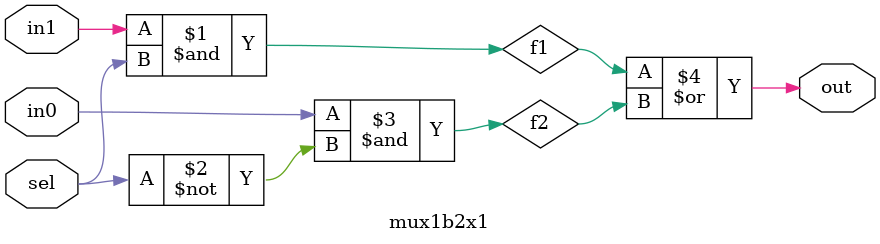
<source format=sv>
module mux1b2x1 (out,in0,in1,sel);
input in0,in1,sel;
output wire out;

logic f1,f2;

assign f1 = in1 & sel ;
assign f2 = in0 & (~sel);
assign out = f1 | f2; 

endmodule 

</source>
